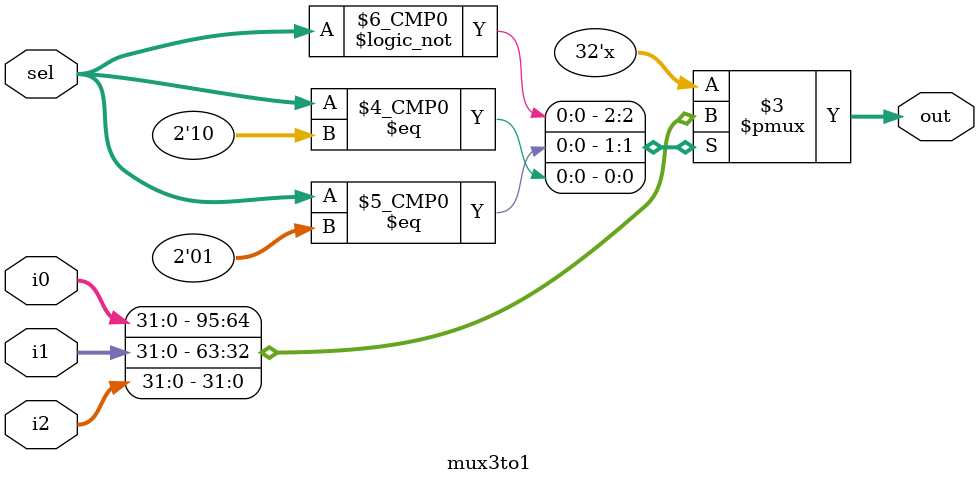
<source format=v>

module mux3to1(
	input [31:0] i0, i1, i2,
	input [1:0] sel,
	output reg [31:0] out
);
	always @(i0 or i1 or i2 or sel)
	begin
		case (sel)
			2'b00: out = i0;
			2'b01: out = i1;
			2'b10: out = i2;
			default: out = 32'bx;
		endcase
	end
endmodule
</source>
